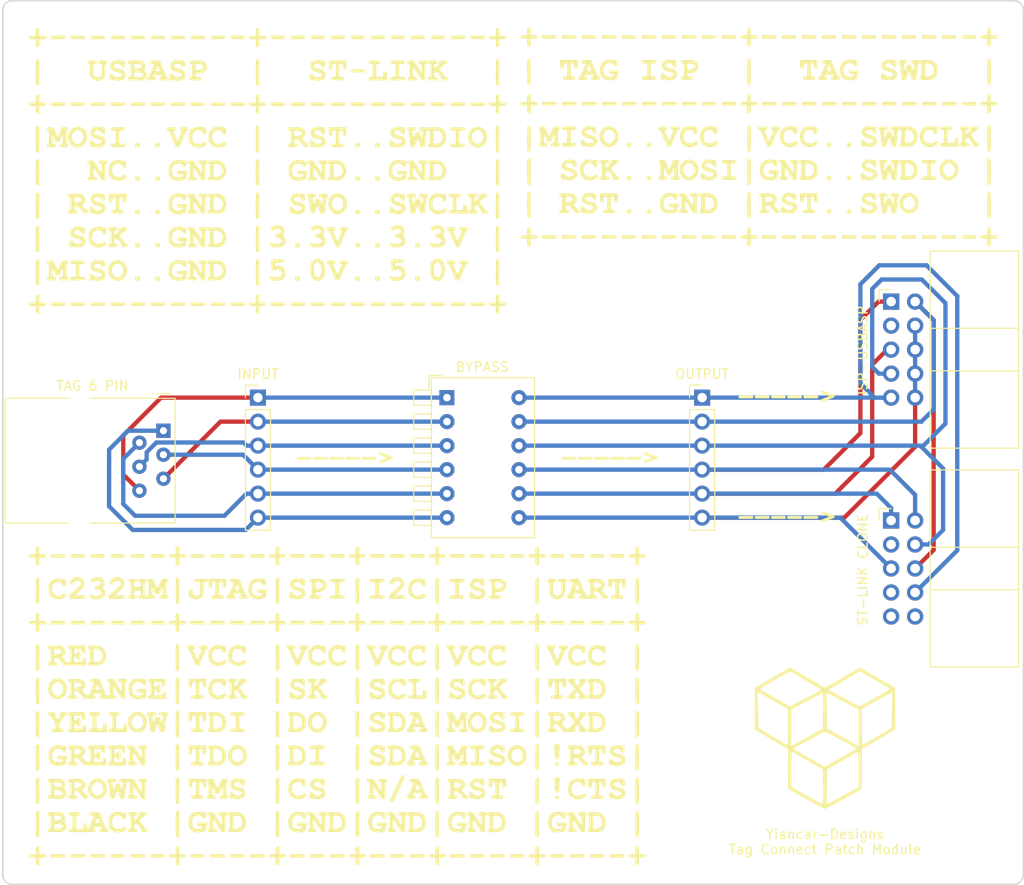
<source format=kicad_pcb>
(kicad_pcb (version 20171130) (host pcbnew "(5.1.0-0)")
  (title_block (title "Tag Connect Adaptor") (date 2020-01-05) (rev V1.0) (company Yiancar-Designs))
  (layers (0 F.Cu signal) (31 B.Cu signal) (34 B.Paste user) (35 F.Paste user) (36 B.SilkS user) (37 F.SilkS user) (38 B.Mask user) (39 F.Mask user) (44 Edge.Cuts user))
  (net 0 "")
  (net 1 /TAG6)
  (net 2 /TAG5)
  (net 3 /TAG4)
  (net 4 /TAG3)
  (net 5 /TAG2)
  (net 6 /TAG1)
  (net 7 /TAG_SW6)
  (net 8 /TAG_SW5)
  (net 9 /TAG_SW4)
  (net 10 /TAG_SW3)
  (net 11 /TAG_SW2)
  (net 12 /TAG_SW1)
  (net 13 "Net-(J3-Pad3)")
  (net 14 "Net-(J4-Pad10)")
  (net 15 "Net-(J4-Pad9)")
  (net 16 "Net-(J4-Pad7)")
  (net 17 "Net-(J4-Pad3)")
  (module logo:yiancar_logo_silk (layer F.Cu) (at 101 97)
    (fp_text reference G*** hide)
    (fp_text value LOGO hide)
  )
  (module logo:c232hm_table (layer F.Cu) (at 49.4 93.6)
    (fp_text reference G*** hide)
    (fp_text value LOGO hide)
  )
  (module logo:TAG_pinout (layer F.Cu) (at 94 33.4)
    (fp_text reference G*** hide)
    (fp_text value LOGO hide)
  )
  (module logo:Programer_pinout (layer F.Cu) (at 42 37)
    (fp_text reference G*** hide)
    (fp_text value LOGO hide)
  )
  (module Button_Switch_THT:SW_DIP_SPSTx06_Piano_10.8x16.8mm_W7.62mm_P2.54mm (layer F.Cu) (at 61 61)
    (fp_text reference SW1)
    (fp_text value BYPASS (at 3.75 -3.25) (layer F.SilkS))
    (pad 12 thru_hole oval (at 7.62 0) (size 1.6 1.6) (drill 0.8) (layers *.Cu *.Mask) (net 12 /TAG_SW1))
    (pad 6 thru_hole oval (at 0 12.7) (size 1.6 1.6) (drill 0.8) (layers *.Cu *.Mask) (net 1 /TAG6))
    (pad 11 thru_hole oval (at 7.62 2.54) (size 1.6 1.6) (drill 0.8) (layers *.Cu *.Mask) (net 11 /TAG_SW2))
    (pad 5 thru_hole oval (at 0 10.16) (size 1.6 1.6) (drill 0.8) (layers *.Cu *.Mask) (net 2 /TAG5))
    (pad 10 thru_hole oval (at 7.62 5.08) (size 1.6 1.6) (drill 0.8) (layers *.Cu *.Mask) (net 10 /TAG_SW3))
    (pad 4 thru_hole oval (at 0 7.62) (size 1.6 1.6) (drill 0.8) (layers *.Cu *.Mask) (net 3 /TAG4))
    (pad 9 thru_hole oval (at 7.62 7.62) (size 1.6 1.6) (drill 0.8) (layers *.Cu *.Mask) (net 9 /TAG_SW4))
    (pad 3 thru_hole oval (at 0 5.08) (size 1.6 1.6) (drill 0.8) (layers *.Cu *.Mask) (net 4 /TAG3))
    (pad 8 thru_hole oval (at 7.62 10.16) (size 1.6 1.6) (drill 0.8) (layers *.Cu *.Mask) (net 8 /TAG_SW5))
    (pad 2 thru_hole oval (at 0 2.54) (size 1.6 1.6) (drill 0.8) (layers *.Cu *.Mask) (net 5 /TAG2))
    (pad 7 thru_hole oval (at 7.62 12.7) (size 1.6 1.6) (drill 0.8) (layers *.Cu *.Mask) (net 7 /TAG_SW6))
    (pad 1 thru_hole rect (at 0 0) (size 1.6 1.6) (drill 0.8) (layers *.Cu *.Mask) (net 6 /TAG1))
  )
  (module Connector_RJ:RJ12_Amphenol_54601 (layer F.Cu) (at 31 64.5 270)
    (fp_text reference J5)
    (fp_text value "TAG 6 PIN" (at -4.75 7.5) (layer F.SilkS))
    (pad 1 thru_hole rect (at 0 0 270) (size 1.52 1.52) (drill 0.76) (layers *.Cu *.Mask) (net 1 /TAG6))
    (pad "" np_thru_hole circle (at -1.91 8.89 270) (size 3.25 3.25) (drill 3.25) (layers *.Cu *.Mask))
    (pad 2 thru_hole circle (at 1.27 2.54 270) (size 1.52 1.52) (drill 0.76) (layers *.Cu *.Mask) (net 2 /TAG5))
    (pad 3 thru_hole circle (at 2.54 0 270) (size 1.52 1.52) (drill 0.76) (layers *.Cu *.Mask) (net 3 /TAG4))
    (pad 4 thru_hole circle (at 3.81 2.54 270) (size 1.52 1.52) (drill 0.76) (layers *.Cu *.Mask) (net 4 /TAG3))
    (pad 5 thru_hole circle (at 5.08 0 270) (size 1.52 1.52) (drill 0.76) (layers *.Cu *.Mask) (net 5 /TAG2))
    (pad 6 thru_hole circle (at 6.35 2.54 270) (size 1.52 1.52) (drill 0.76) (layers *.Cu *.Mask) (net 6 /TAG1))
    (pad "" np_thru_hole circle (at 8.25 8.89 270) (size 3.25 3.25) (drill 3.25) (layers *.Cu *.Mask))
  )
  (module Connector_IDC:IDC-Header_2x05_P2.54mm_Horizontal (layer F.Cu) (at 108 74)
    (fp_text reference J4)
    (fp_text value "ST-LINK CLONE" (at -3 5.2 90) (layer F.SilkS))
    (pad 10 thru_hole oval (at 2.54 10.16) (size 1.7272 1.7272) (drill 1.016) (layers *.Cu *.Mask) (net 14 "Net-(J4-Pad10)"))
    (pad 9 thru_hole oval (at 0 10.16) (size 1.7272 1.7272) (drill 1.016) (layers *.Cu *.Mask) (net 15 "Net-(J4-Pad9)"))
    (pad 8 thru_hole oval (at 2.54 7.62) (size 1.7272 1.7272) (drill 1.016) (layers *.Cu *.Mask) (net 12 /TAG_SW1))
    (pad 7 thru_hole oval (at 0 7.62) (size 1.7272 1.7272) (drill 1.016) (layers *.Cu *.Mask) (net 16 "Net-(J4-Pad7)"))
    (pad 6 thru_hole oval (at 2.54 5.08) (size 1.7272 1.7272) (drill 1.016) (layers *.Cu *.Mask) (net 11 /TAG_SW2))
    (pad 5 thru_hole oval (at 0 5.08) (size 1.7272 1.7272) (drill 1.016) (layers *.Cu *.Mask) (net 7 /TAG_SW6))
    (pad 4 thru_hole oval (at 2.54 2.54) (size 1.7272 1.7272) (drill 1.016) (layers *.Cu *.Mask) (net 10 /TAG_SW3))
    (pad 3 thru_hole oval (at 0 2.54) (size 1.7272 1.7272) (drill 1.016) (layers *.Cu *.Mask) (net 17 "Net-(J4-Pad3)"))
    (pad 2 thru_hole oval (at 2.54 0) (size 1.7272 1.7272) (drill 1.016) (layers *.Cu *.Mask) (net 9 /TAG_SW4))
    (pad 1 thru_hole rect (at 0 0) (size 1.7272 1.7272) (drill 1.016) (layers *.Cu *.Mask) (net 8 /TAG_SW5))
  )
  (module Connector_IDC:IDC-Header_2x05_P2.54mm_Horizontal (layer F.Cu) (at 108 50.84)
    (fp_text reference J3)
    (fp_text value ISP-USBASP (at -3 5.16 90) (layer F.SilkS))
    (pad 10 thru_hole oval (at 2.54 10.16) (size 1.7272 1.7272) (drill 1.016) (layers *.Cu *.Mask) (net 7 /TAG_SW6))
    (pad 9 thru_hole oval (at 0 10.16) (size 1.7272 1.7272) (drill 1.016) (layers *.Cu *.Mask) (net 12 /TAG_SW1))
    (pad 8 thru_hole oval (at 2.54 7.62) (size 1.7272 1.7272) (drill 1.016) (layers *.Cu *.Mask) (net 7 /TAG_SW6))
    (pad 7 thru_hole oval (at 0 7.62) (size 1.7272 1.7272) (drill 1.016) (layers *.Cu *.Mask) (net 10 /TAG_SW3))
    (pad 6 thru_hole oval (at 2.54 5.08) (size 1.7272 1.7272) (drill 1.016) (layers *.Cu *.Mask) (net 7 /TAG_SW6))
    (pad 5 thru_hole oval (at 0 5.08) (size 1.7272 1.7272) (drill 1.016) (layers *.Cu *.Mask) (net 8 /TAG_SW5))
    (pad 4 thru_hole oval (at 2.54 2.54) (size 1.7272 1.7272) (drill 1.016) (layers *.Cu *.Mask) (net 7 /TAG_SW6))
    (pad 3 thru_hole oval (at 0 2.54) (size 1.7272 1.7272) (drill 1.016) (layers *.Cu *.Mask) (net 13 "Net-(J3-Pad3)"))
    (pad 2 thru_hole oval (at 2.54 0) (size 1.7272 1.7272) (drill 1.016) (layers *.Cu *.Mask) (net 11 /TAG_SW2))
    (pad 1 thru_hole rect (at 0 0) (size 1.7272 1.7272) (drill 1.016) (layers *.Cu *.Mask) (net 9 /TAG_SW4))
  )
  (module Connector_PinHeader_2.54mm:PinHeader_1x06_P2.54mm_Vertical (layer F.Cu) (at 88 61)
    (fp_text reference J2)
    (fp_text value OUTPUT (at 0 -2.5) (layer F.SilkS))
    (pad 6 thru_hole oval (at 0 12.7) (size 1.7 1.7) (drill 1) (layers *.Cu *.Mask) (net 7 /TAG_SW6))
    (pad 5 thru_hole oval (at 0 10.16) (size 1.7 1.7) (drill 1) (layers *.Cu *.Mask) (net 8 /TAG_SW5))
    (pad 4 thru_hole oval (at 0 7.62) (size 1.7 1.7) (drill 1) (layers *.Cu *.Mask) (net 9 /TAG_SW4))
    (pad 3 thru_hole oval (at 0 5.08) (size 1.7 1.7) (drill 1) (layers *.Cu *.Mask) (net 10 /TAG_SW3))
    (pad 2 thru_hole oval (at 0 2.54) (size 1.7 1.7) (drill 1) (layers *.Cu *.Mask) (net 11 /TAG_SW2))
    (pad 1 thru_hole rect (at 0 0) (size 1.7 1.7) (drill 1) (layers *.Cu *.Mask) (net 12 /TAG_SW1))
  )
  (module Connector_PinHeader_2.54mm:PinHeader_1x06_P2.54mm_Vertical (layer F.Cu) (at 41 61)
    (fp_text reference J1)
    (fp_text value INPUT (at 0 -2.5) (layer F.SilkS))
    (pad 6 thru_hole oval (at 0 12.7) (size 1.7 1.7) (drill 1) (layers *.Cu *.Mask) (net 1 /TAG6))
    (pad 5 thru_hole oval (at 0 10.16) (size 1.7 1.7) (drill 1) (layers *.Cu *.Mask) (net 2 /TAG5))
    (pad 4 thru_hole oval (at 0 7.62) (size 1.7 1.7) (drill 1) (layers *.Cu *.Mask) (net 3 /TAG4))
    (pad 3 thru_hole oval (at 0 5.08) (size 1.7 1.7) (drill 1) (layers *.Cu *.Mask) (net 4 /TAG3))
    (pad 2 thru_hole oval (at 0 2.54) (size 1.7 1.7) (drill 1) (layers *.Cu *.Mask) (net 5 /TAG2))
    (pad 1 thru_hole rect (at 0 0) (size 1.7 1.7) (drill 1) (layers *.Cu *.Mask) (net 6 /TAG1))
  )
  (gr_text "Yiancar-Designs\nTag Connect Patch Module" (at 101 108) (layer F.SilkS) (effects (font (size 1 1))))
  (gr_arc (start 121 111.5) (end 121 112.5) (angle -90) (layer Edge.Cuts) (width 0.15))
  (gr_arc (start 15 20) (end 15 19) (angle -90) (layer Edge.Cuts) (width 0.15))
  (gr_arc (start 15 111.5) (end 14 111.5) (angle -90) (layer Edge.Cuts) (width 0.15))
  (gr_arc (start 121 20) (end 122 20) (angle -90) (layer Edge.Cuts) (width 0.15))
  (gr_line (start 14 20) (end 14 111.5) (layer Edge.Cuts) (width 0.15))
  (gr_line (start 121 19) (end 15 19) (layer Edge.Cuts) (width 0.15))
  (gr_line (start 122 111.5) (end 122 20) (layer Edge.Cuts) (width 0.15))
  (gr_line (start 15 112.5) (end 121 112.5) (layer Edge.Cuts) (width 0.15))
  (gr_text —————> (at 97 73.5) (layer F.SilkS) (effects (font (size 1.5 1.5) (thickness 0.3))))
  (gr_text —————> (at 97 60.75) (layer F.SilkS) (effects (font (size 1.5 1.5) (thickness 0.3))))
  (gr_text —————> (at 78.25 67.25) (layer F.SilkS) (effects (font (size 1.5 1.5) (thickness 0.3))))
  (gr_text —————> (at 50.25 67.25) (layer F.SilkS) (effects (font (size 1.5 1.5) (thickness 0.3))))
  (segment (start 42.202081 73.7) (end 61 73.7) (width 0.4572) (layer B.Cu) (net 1))
  (segment (start 41 73.7) (end 42.202081 73.7) (width 0.4572) (layer B.Cu) (net 1))
  (segment (start 25.25 72.5) (end 27.75 75) (width 0.4572) (layer B.Cu) (net 1))
  (segment (start 27.75 75) (end 39.7 75) (width 0.4572) (layer B.Cu) (net 1))
  (segment (start 39.7 75) (end 41 73.7) (width 0.4572) (layer B.Cu) (net 1))
  (segment (start 31 65) (end 30.75 64.75) (width 0.4572) (layer B.Cu) (net 1))
  (segment (start 25.25 66.5) (end 25.25 67.75) (width 0.4572) (layer B.Cu) (net 1))
  (segment (start 25.25 67.75) (end 25.25 72.5) (width 0.4572) (layer B.Cu) (net 1))
  (segment (start 27.25 64.5) (end 29.7828 64.5) (width 0.4572) (layer B.Cu) (net 1))
  (segment (start 29.7828 64.5) (end 31 64.5) (width 0.4572) (layer B.Cu) (net 1))
  (segment (start 25.25 66.5) (end 27.25 64.5) (width 0.4572) (layer B.Cu) (net 1))
  (segment (start 42.202081 71.16) (end 61 71.16) (width 0.4572) (layer B.Cu) (net 2))
  (segment (start 41 71.16) (end 42.202081 71.16) (width 0.4572) (layer B.Cu) (net 2))
  (segment (start 37.457919 73.5) (end 28 73.5) (width 0.4572) (layer B.Cu) (net 2))
  (segment (start 39.797919 71.16) (end 37.457919 73.5) (width 0.4572) (layer B.Cu) (net 2))
  (segment (start 28 73.5) (end 26.75 72.25) (width 0.4572) (layer B.Cu) (net 2))
  (segment (start 41 71.16) (end 39.797919 71.16) (width 0.4572) (layer B.Cu) (net 2))
  (segment (start 26.75 67.48) (end 28.46 65.77) (width 0.4572) (layer B.Cu) (net 2))
  (segment (start 26.75 70) (end 26.75 67.48) (width 0.4572) (layer B.Cu) (net 2))
  (segment (start 26.75 72.25) (end 26.75 70) (width 0.4572) (layer B.Cu) (net 2))
  (segment (start 26.75 70) (end 26.75 67.5) (width 0.4572) (layer B.Cu) (net 2))
  (segment (start 41 68.62) (end 61 68.62) (width 0.4572) (layer B.Cu) (net 3))
  (segment (start 39.42 67.04) (end 41 68.62) (width 0.4572) (layer B.Cu) (net 3))
  (segment (start 31 67.04) (end 39.42 67.04) (width 0.4572) (layer B.Cu) (net 3))
  (segment (start 42.202081 66.08) (end 61 66.08) (width 0.4572) (layer B.Cu) (net 4))
  (segment (start 41 66.08) (end 42.202081 66.08) (width 0.4572) (layer B.Cu) (net 4))
  (segment (start 40.83 66.25) (end 41 66.08) (width 0.4572) (layer B.Cu) (net 4))
  (segment (start 29.219999 67.550001) (end 29.219999 66.780001) (width 0.4572) (layer B.Cu) (net 4))
  (segment (start 28.46 68.31) (end 29.219999 67.550001) (width 0.4572) (layer B.Cu) (net 4))
  (segment (start 29.219999 66.780001) (end 30.25 65.75) (width 0.4572) (layer B.Cu) (net 4))
  (segment (start 39.797919 66.08) (end 41 66.08) (width 0.4572) (layer B.Cu) (net 4))
  (segment (start 39.467919 65.75) (end 39.797919 66.08) (width 0.4572) (layer B.Cu) (net 4))
  (segment (start 30.25 65.75) (end 39.467919 65.75) (width 0.4572) (layer B.Cu) (net 4))
  (segment (start 59.86863 63.54) (end 41 63.54) (width 0.4572) (layer B.Cu) (net 5))
  (segment (start 61 63.54) (end 59.86863 63.54) (width 0.4572) (layer B.Cu) (net 5))
  (segment (start 37.04 63.54) (end 31 69.58) (width 0.4572) (layer F.Cu) (net 5))
  (segment (start 41 63.54) (end 37.04 63.54) (width 0.4572) (layer F.Cu) (net 5))
  (segment (start 41 61) (end 61 61) (width 0.4572) (layer B.Cu) (net 6))
  (segment (start 30.75 61) (end 41 61) (width 0.4572) (layer F.Cu) (net 6))
  (segment (start 26.75 65) (end 30.75 61) (width 0.4572) (layer F.Cu) (net 6))
  (segment (start 26.75 69.14) (end 28.46 70.85) (width 0.4572) (layer F.Cu) (net 6))
  (segment (start 26.75 65) (end 26.75 69.14) (width 0.4572) (layer F.Cu) (net 6))
  (segment (start 68.62 73.7) (end 88 73.7) (width 0.4572) (layer B.Cu) (net 7))
  (segment (start 88 73.7) (end 103.05 73.7) (width 0.4572) (layer F.Cu) (net 7))
  (segment (start 110.54 66.21) (end 110.54 61) (width 0.4572) (layer F.Cu) (net 7))
  (segment (start 103.05 73.7) (end 110.54 66.21) (width 0.4572) (layer F.Cu) (net 7))
  (segment (start 110.54 61) (end 110.54 58.46) (width 0.4572) (layer B.Cu) (net 7))
  (segment (start 110.54 55.92) (end 110.54 58.46) (width 0.4572) (layer B.Cu) (net 7))
  (segment (start 110.54 53.38) (end 110.54 55.92) (width 0.4572) (layer B.Cu) (net 7))
  (segment (start 102.62 73.7) (end 88 73.7) (width 0.4572) (layer B.Cu) (net 7))
  (segment (start 108 79.08) (end 102.62 73.7) (width 0.4572) (layer B.Cu) (net 7))
  (segment (start 68.62 71.16) (end 88 71.16) (width 0.4572) (layer B.Cu) (net 8))
  (segment (start 106 57.5) (end 107.58 55.92) (width 0.4572) (layer F.Cu) (net 8))
  (segment (start 107.58 55.92) (end 108 55.92) (width 0.4572) (layer F.Cu) (net 8))
  (segment (start 106 67.25) (end 106 57.5) (width 0.4572) (layer F.Cu) (net 8))
  (segment (start 102.09 71.16) (end 106 67.25) (width 0.4572) (layer F.Cu) (net 8))
  (segment (start 88 71.16) (end 102.09 71.16) (width 0.4572) (layer F.Cu) (net 8))
  (segment (start 106.4808 71.16) (end 89.202081 71.16) (width 0.4572) (layer B.Cu) (net 8))
  (segment (start 89.202081 71.16) (end 88 71.16) (width 0.4572) (layer B.Cu) (net 8))
  (segment (start 108 72.6792) (end 106.4808 71.16) (width 0.4572) (layer B.Cu) (net 8))
  (segment (start 108 74) (end 108 72.6792) (width 0.4572) (layer B.Cu) (net 8))
  (segment (start 86.797919 68.62) (end 68.62 68.62) (width 0.4572) (layer B.Cu) (net 9))
  (segment (start 88 68.62) (end 86.797919 68.62) (width 0.4572) (layer B.Cu) (net 9))
  (segment (start 110.54 71.29) (end 110.54 74) (width 0.4572) (layer B.Cu) (net 9))
  (segment (start 107.87 68.62) (end 110.54 71.29) (width 0.4572) (layer B.Cu) (net 9))
  (segment (start 88 68.62) (end 107.87 68.62) (width 0.4572) (layer B.Cu) (net 9))
  (segment (start 88 68.62) (end 100.88 68.62) (width 0.4572) (layer F.Cu) (net 9))
  (segment (start 100.88 68.62) (end 104.75 64.75) (width 0.4572) (layer F.Cu) (net 9))
  (segment (start 106.6792 50.84) (end 108 50.84) (width 0.4572) (layer F.Cu) (net 9))
  (segment (start 104.75 52.7692) (end 106.6792 50.84) (width 0.4572) (layer F.Cu) (net 9))
  (segment (start 104.75 64.75) (end 104.75 52.7692) (width 0.4572) (layer F.Cu) (net 9))
  (segment (start 68.62 66.08) (end 88 66.08) (width 0.4572) (layer B.Cu) (net 10))
  (segment (start 88 66.08) (end 111.08 66.08) (width 0.4572) (layer B.Cu) (net 10))
  (segment (start 106 57.75) (end 106.71 58.46) (width 0.4572) (layer B.Cu) (net 10))
  (segment (start 106 49.5) (end 106 57.75) (width 0.4572) (layer B.Cu) (net 10))
  (segment (start 107 48.5) (end 106 49.5) (width 0.4572) (layer B.Cu) (net 10))
  (segment (start 111.08 66.08) (end 111.42 66.08) (width 0.4572) (layer B.Cu) (net 10))
  (segment (start 111.25 48.5) (end 107 48.5) (width 0.4572) (layer B.Cu) (net 10))
  (segment (start 113.75 51) (end 111.25 48.5) (width 0.4572) (layer B.Cu) (net 10))
  (segment (start 106.71 58.46) (end 108 58.46) (width 0.4572) (layer B.Cu) (net 10))
  (segment (start 113.75 63.75) (end 113.75 51) (width 0.4572) (layer B.Cu) (net 10))
  (segment (start 111.42 66.08) (end 113.75 63.75) (width 0.4572) (layer B.Cu) (net 10))
  (segment (start 113.5 75) (end 113.5 68.5) (width 0.4572) (layer B.Cu) (net 10))
  (segment (start 111.96 76.54) (end 113.5 75) (width 0.4572) (layer B.Cu) (net 10))
  (segment (start 113.5 68.5) (end 111.08 66.08) (width 0.4572) (layer B.Cu) (net 10))
  (segment (start 110.54 76.54) (end 111.96 76.54) (width 0.4572) (layer B.Cu) (net 10))
  (segment (start 88 63.54) (end 68.62 63.54) (width 0.4572) (layer B.Cu) (net 11))
  (segment (start 112.5 62.25) (end 112.5 52.8) (width 0.4572) (layer B.Cu) (net 11))
  (segment (start 112.5 52.8) (end 110.54 50.84) (width 0.4572) (layer B.Cu) (net 11))
  (segment (start 111.21 63.54) (end 112.5 62.25) (width 0.4572) (layer B.Cu) (net 11))
  (segment (start 88 63.54) (end 111.21 63.54) (width 0.4572) (layer B.Cu) (net 11))
  (segment (start 110.54 79.08) (end 112.5 77.12) (width 0.4572) (layer F.Cu) (net 11))
  (segment (start 112.5 52.8) (end 110.54 50.84) (width 0.4572) (layer F.Cu) (net 11))
  (segment (start 112.5 77.12) (end 112.5 52.8) (width 0.4572) (layer F.Cu) (net 11))
  (segment (start 68.62 61) (end 88 61) (width 0.4572) (layer B.Cu) (net 12))
  (segment (start 88 61) (end 108 61) (width 0.4572) (layer B.Cu) (net 12))
  (segment (start 115 77.16) (end 110.54 81.62) (width 0.4572) (layer B.Cu) (net 12))
  (segment (start 115 50.25) (end 115 77.16) (width 0.4572) (layer B.Cu) (net 12))
  (segment (start 106.75 47) (end 111.75 47) (width 0.4572) (layer B.Cu) (net 12))
  (segment (start 104.75 49) (end 106.75 47) (width 0.4572) (layer B.Cu) (net 12))
  (segment (start 104.75 59.5) (end 104.75 49) (width 0.4572) (layer B.Cu) (net 12))
  (segment (start 106.25 61) (end 104.75 59.5) (width 0.4572) (layer B.Cu) (net 12))
  (segment (start 111.75 47) (end 115 50.25) (width 0.4572) (layer B.Cu) (net 12))
  (segment (start 108 61) (end 106.25 61) (width 0.4572) (layer B.Cu) (net 12))
)
</source>
